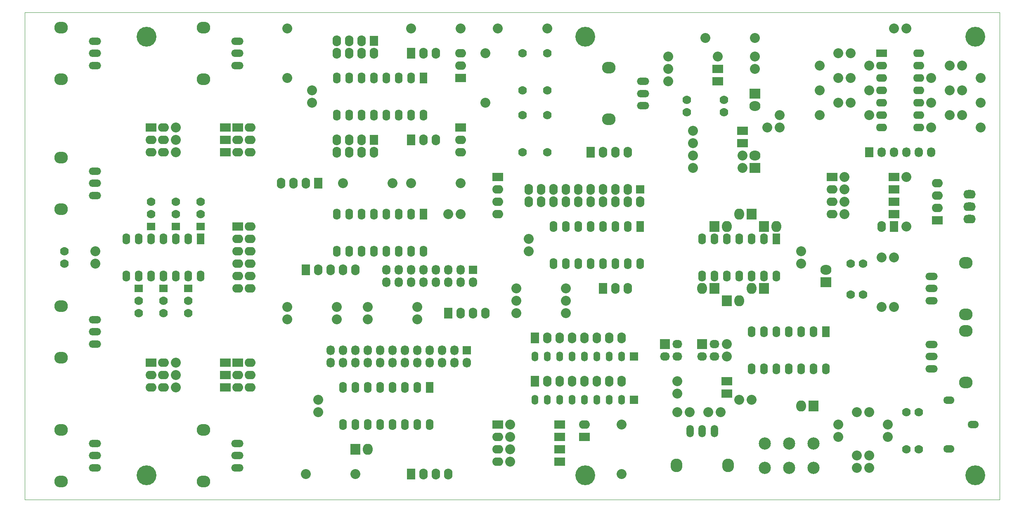
<source format=gbr>
G04 #@! TF.FileFunction,Soldermask,Top*
%FSLAX46Y46*%
G04 Gerber Fmt 4.6, Leading zero omitted, Abs format (unit mm)*
G04 Created by KiCad (PCBNEW (2015-04-14 BZR 5600)-product) date Fri 15 May 2015 04:29:23 PM CEST*
%MOMM*%
G01*
G04 APERTURE LIST*
%ADD10C,0.100000*%
%ADD11C,2.032000*%
%ADD12R,1.778000X1.524000*%
%ADD13C,1.778000*%
%ADD14C,2.499360*%
%ADD15R,1.727200X1.727200*%
%ADD16O,1.727200X2.032000*%
%ADD17R,2.286000X1.727200*%
%ADD18O,2.286000X1.727200*%
%ADD19O,1.727200X2.286000*%
%ADD20R,1.727200X2.032000*%
%ADD21R,1.651000X1.651000*%
%ADD22O,1.397000X2.032000*%
%ADD23R,2.286000X1.699260*%
%ADD24R,1.574800X2.286000*%
%ADD25O,1.574800X2.286000*%
%ADD26R,2.286000X1.574800*%
%ADD27O,2.286000X1.574800*%
%ADD28O,2.540000X1.778000*%
%ADD29R,1.727200X2.286000*%
%ADD30O,2.286000X1.524000*%
%ADD31R,2.032000X2.286000*%
%ADD32O,2.032000X2.286000*%
%ADD33R,2.286000X2.032000*%
%ADD34O,2.286000X2.032000*%
%ADD35R,2.032000X2.032000*%
%ADD36O,2.032000X1.727200*%
%ADD37C,4.064000*%
%ADD38O,2.524000X1.524000*%
%ADD39O,2.800000X2.400000*%
%ADD40O,1.524000X2.524000*%
%ADD41O,2.400000X2.800000*%
G04 APERTURE END LIST*
D10*
X235000000Y-50000000D02*
X35000000Y-50000000D01*
X235000000Y-150000000D02*
X235000000Y-50000000D01*
X35000000Y-150000000D02*
X235000000Y-150000000D01*
X35000000Y-50000000D02*
X35000000Y-150000000D01*
D11*
X168910000Y-132080000D03*
X171450000Y-132080000D03*
D12*
X63500000Y-106680000D03*
D13*
X63500000Y-109220000D03*
X63500000Y-111760000D03*
D14*
X186847480Y-138508740D03*
X191848740Y-138508740D03*
X196850000Y-138508740D03*
X191848740Y-143510000D03*
X186847480Y-143510000D03*
X196850000Y-143510000D03*
D11*
X184785000Y-61595000D03*
X184785000Y-59055000D03*
D15*
X127000000Y-102870000D03*
D16*
X127000000Y-105410000D03*
X124460000Y-102870000D03*
X124460000Y-105410000D03*
X121920000Y-102870000D03*
X121920000Y-105410000D03*
X119380000Y-102870000D03*
X119380000Y-105410000D03*
X116840000Y-102870000D03*
X116840000Y-105410000D03*
X114300000Y-102870000D03*
X114300000Y-105410000D03*
X111760000Y-102870000D03*
X111760000Y-105410000D03*
X109220000Y-102870000D03*
X109220000Y-105410000D03*
D17*
X78740000Y-93980000D03*
D18*
X81280000Y-93980000D03*
X78740000Y-96520000D03*
X81280000Y-96520000D03*
X78740000Y-99060000D03*
X81280000Y-99060000D03*
X78740000Y-101600000D03*
X81280000Y-101600000D03*
X78740000Y-104140000D03*
X81280000Y-104140000D03*
X78740000Y-106680000D03*
X81280000Y-106680000D03*
D17*
X60960000Y-121920000D03*
D18*
X63500000Y-121920000D03*
X60960000Y-124460000D03*
X63500000Y-124460000D03*
X60960000Y-127000000D03*
X63500000Y-127000000D03*
D17*
X78740000Y-121920000D03*
D18*
X81280000Y-121920000D03*
X78740000Y-124460000D03*
X81280000Y-124460000D03*
X78740000Y-127000000D03*
X81280000Y-127000000D03*
D17*
X60960000Y-73660000D03*
D18*
X63500000Y-73660000D03*
X60960000Y-76200000D03*
X63500000Y-76200000D03*
X60960000Y-78740000D03*
X63500000Y-78740000D03*
D17*
X78740000Y-73660000D03*
D18*
X81280000Y-73660000D03*
X78740000Y-76200000D03*
X81280000Y-76200000D03*
X78740000Y-78740000D03*
X81280000Y-78740000D03*
D15*
X161290000Y-86360000D03*
D19*
X161290000Y-88900000D03*
X158750000Y-86360000D03*
X158750000Y-88900000D03*
X156210000Y-86360000D03*
X156210000Y-88900000D03*
X153670000Y-86360000D03*
X153670000Y-88900000D03*
X151130000Y-86360000D03*
X151130000Y-88900000D03*
X148590000Y-86360000D03*
X148590000Y-88900000D03*
X146050000Y-86360000D03*
X146050000Y-88900000D03*
X143510000Y-86360000D03*
X143510000Y-88900000D03*
X140970000Y-86360000D03*
X140970000Y-88900000D03*
X138430000Y-86360000D03*
X138430000Y-88900000D03*
D20*
X106680000Y-55880000D03*
D19*
X106680000Y-58420000D03*
X104140000Y-55880000D03*
X104140000Y-58420000D03*
X101600000Y-55880000D03*
X101600000Y-58420000D03*
X99060000Y-55880000D03*
X99060000Y-58420000D03*
D20*
X106680000Y-76200000D03*
D19*
X106680000Y-78740000D03*
X104140000Y-76200000D03*
X104140000Y-78740000D03*
X101600000Y-76200000D03*
X101600000Y-78740000D03*
X99060000Y-76200000D03*
X99060000Y-78740000D03*
D15*
X125730000Y-119380000D03*
D16*
X125730000Y-121920000D03*
X123190000Y-119380000D03*
X123190000Y-121920000D03*
X120650000Y-119380000D03*
X120650000Y-121920000D03*
X118110000Y-119380000D03*
X118110000Y-121920000D03*
X115570000Y-119380000D03*
X115570000Y-121920000D03*
X113030000Y-119380000D03*
X113030000Y-121920000D03*
X110490000Y-119380000D03*
X110490000Y-121920000D03*
X107950000Y-119380000D03*
X107950000Y-121920000D03*
X105410000Y-119380000D03*
X105410000Y-121920000D03*
X102870000Y-119380000D03*
X102870000Y-121920000D03*
X100330000Y-119380000D03*
X100330000Y-121920000D03*
X97790000Y-119380000D03*
X97790000Y-121920000D03*
D21*
X160020000Y-129540000D03*
D22*
X157480000Y-129540000D03*
X154940000Y-129540000D03*
X152400000Y-129540000D03*
X149860000Y-129540000D03*
X147320000Y-129540000D03*
X144780000Y-129540000D03*
X142240000Y-129540000D03*
X139700000Y-129540000D03*
D21*
X160020000Y-120650000D03*
D22*
X157480000Y-120650000D03*
X154940000Y-120650000D03*
X152400000Y-120650000D03*
X149860000Y-120650000D03*
X147320000Y-120650000D03*
X144780000Y-120650000D03*
X142240000Y-120650000D03*
X139700000Y-120650000D03*
D12*
X71120000Y-93980000D03*
D13*
X71120000Y-91440000D03*
X71120000Y-88900000D03*
D12*
X66040000Y-93980000D03*
D13*
X66040000Y-91440000D03*
X66040000Y-88900000D03*
D12*
X68580000Y-106680000D03*
D13*
X68580000Y-109220000D03*
X68580000Y-111760000D03*
D12*
X60960000Y-93980000D03*
D13*
X60960000Y-91440000D03*
X60960000Y-88900000D03*
D12*
X58420000Y-106680000D03*
D13*
X58420000Y-109220000D03*
X58420000Y-111760000D03*
D11*
X201930000Y-58420000D03*
X204470000Y-58420000D03*
X201930000Y-63500000D03*
X204470000Y-63500000D03*
X201930000Y-68580000D03*
X204470000Y-68580000D03*
X227330000Y-71120000D03*
X224790000Y-71120000D03*
X227330000Y-66040000D03*
X224790000Y-66040000D03*
X227330000Y-60960000D03*
X224790000Y-60960000D03*
X177800000Y-132080000D03*
X175260000Y-132080000D03*
X205740000Y-132080000D03*
X208280000Y-132080000D03*
X66040000Y-73660000D03*
D23*
X76200000Y-73660000D03*
D11*
X66040000Y-76200000D03*
D23*
X76200000Y-76200000D03*
D11*
X66040000Y-78740000D03*
D23*
X76200000Y-78740000D03*
D11*
X66040000Y-121920000D03*
D23*
X76200000Y-121920000D03*
D11*
X168910000Y-128270000D03*
D23*
X179070000Y-128270000D03*
D11*
X168910000Y-125730000D03*
D23*
X179070000Y-125730000D03*
D11*
X201930000Y-137160000D03*
X212090000Y-137160000D03*
X212090000Y-134620000D03*
X201930000Y-134620000D03*
X99060000Y-113030000D03*
X88900000Y-113030000D03*
X88900000Y-53340000D03*
X88900000Y-63500000D03*
X110490000Y-85090000D03*
X100330000Y-85090000D03*
X146050000Y-109220000D03*
X135890000Y-109220000D03*
X146050000Y-106680000D03*
X135890000Y-106680000D03*
D24*
X71120000Y-96520000D03*
D25*
X68580000Y-96520000D03*
X66040000Y-96520000D03*
X63500000Y-96520000D03*
X60960000Y-96520000D03*
X58420000Y-96520000D03*
X55880000Y-96520000D03*
X55880000Y-104140000D03*
X58420000Y-104140000D03*
X60960000Y-104140000D03*
X63500000Y-104140000D03*
X66040000Y-104140000D03*
X68580000Y-104140000D03*
X71120000Y-104140000D03*
D24*
X189230000Y-96520000D03*
D25*
X186690000Y-96520000D03*
X184150000Y-96520000D03*
X181610000Y-96520000D03*
X179070000Y-96520000D03*
X176530000Y-96520000D03*
X173990000Y-96520000D03*
X173990000Y-104140000D03*
X176530000Y-104140000D03*
X179070000Y-104140000D03*
X181610000Y-104140000D03*
X184150000Y-104140000D03*
X186690000Y-104140000D03*
X189230000Y-104140000D03*
D26*
X210820000Y-58420000D03*
D27*
X210820000Y-60960000D03*
X210820000Y-63500000D03*
X210820000Y-66040000D03*
X210820000Y-68580000D03*
X210820000Y-71120000D03*
X210820000Y-73660000D03*
X218440000Y-73660000D03*
X218440000Y-71120000D03*
X218440000Y-68580000D03*
X218440000Y-66040000D03*
X218440000Y-63500000D03*
X218440000Y-60960000D03*
X218440000Y-58420000D03*
D24*
X199390000Y-115570000D03*
D25*
X196850000Y-115570000D03*
X194310000Y-115570000D03*
X191770000Y-115570000D03*
X189230000Y-115570000D03*
X186690000Y-115570000D03*
X184150000Y-115570000D03*
X184150000Y-123190000D03*
X186690000Y-123190000D03*
X189230000Y-123190000D03*
X191770000Y-123190000D03*
X194310000Y-123190000D03*
X196850000Y-123190000D03*
X199390000Y-123190000D03*
D24*
X116840000Y-91440000D03*
D25*
X114300000Y-91440000D03*
X111760000Y-91440000D03*
X109220000Y-91440000D03*
X106680000Y-91440000D03*
X104140000Y-91440000D03*
X101600000Y-91440000D03*
X99060000Y-91440000D03*
X99060000Y-99060000D03*
X101600000Y-99060000D03*
X104140000Y-99060000D03*
X106680000Y-99060000D03*
X109220000Y-99060000D03*
X111760000Y-99060000D03*
X114300000Y-99060000D03*
X116840000Y-99060000D03*
D24*
X116840000Y-63500000D03*
D25*
X114300000Y-63500000D03*
X111760000Y-63500000D03*
X109220000Y-63500000D03*
X106680000Y-63500000D03*
X104140000Y-63500000D03*
X101600000Y-63500000D03*
X99060000Y-63500000D03*
X99060000Y-71120000D03*
X101600000Y-71120000D03*
X104140000Y-71120000D03*
X106680000Y-71120000D03*
X109220000Y-71120000D03*
X111760000Y-71120000D03*
X114300000Y-71120000D03*
X116840000Y-71120000D03*
D24*
X161290000Y-93980000D03*
D25*
X158750000Y-93980000D03*
X156210000Y-93980000D03*
X153670000Y-93980000D03*
X151130000Y-93980000D03*
X148590000Y-93980000D03*
X146050000Y-93980000D03*
X143510000Y-93980000D03*
X143510000Y-101600000D03*
X146050000Y-101600000D03*
X148590000Y-101600000D03*
X151130000Y-101600000D03*
X153670000Y-101600000D03*
X156210000Y-101600000D03*
X158750000Y-101600000D03*
X161290000Y-101600000D03*
D11*
X66040000Y-124460000D03*
D23*
X76200000Y-124460000D03*
D11*
X66040000Y-127000000D03*
D23*
X76200000Y-127000000D03*
D11*
X167005000Y-64135000D03*
D23*
X177165000Y-64135000D03*
D11*
X167005000Y-61595000D03*
D23*
X177165000Y-61595000D03*
D11*
X208280000Y-60960000D03*
X198120000Y-60960000D03*
X208280000Y-66040000D03*
X198120000Y-66040000D03*
X208280000Y-71120000D03*
X198120000Y-71120000D03*
X220980000Y-73660000D03*
X231140000Y-73660000D03*
X220980000Y-68580000D03*
X231140000Y-68580000D03*
X220980000Y-63500000D03*
X231140000Y-63500000D03*
X182245000Y-79375000D03*
X172085000Y-79375000D03*
X172085000Y-81915000D03*
X182245000Y-81915000D03*
X215900000Y-53340000D03*
X213360000Y-53340000D03*
X194310000Y-101600000D03*
X194310000Y-99060000D03*
X179070000Y-120650000D03*
X179070000Y-118110000D03*
X138430000Y-99060000D03*
X138430000Y-96520000D03*
X124460000Y-91440000D03*
X121920000Y-91440000D03*
X49530000Y-101600000D03*
X49530000Y-99060000D03*
X93980000Y-68580000D03*
X93980000Y-66040000D03*
D28*
X228854000Y-89916000D03*
X228854000Y-87376000D03*
X228854000Y-92456000D03*
D29*
X139700000Y-125730000D03*
D19*
X142240000Y-125730000D03*
X144780000Y-125730000D03*
X147320000Y-125730000D03*
X149860000Y-125730000D03*
X152400000Y-125730000D03*
X154940000Y-125730000D03*
X157480000Y-125730000D03*
D29*
X139700000Y-116840000D03*
D19*
X142240000Y-116840000D03*
X144780000Y-116840000D03*
X147320000Y-116840000D03*
X149860000Y-116840000D03*
X152400000Y-116840000D03*
X154940000Y-116840000D03*
X157480000Y-116840000D03*
D11*
X102870000Y-144780000D03*
X92710000Y-144780000D03*
D24*
X118110000Y-127000000D03*
D25*
X115570000Y-127000000D03*
X113030000Y-127000000D03*
X110490000Y-127000000D03*
X107950000Y-127000000D03*
X105410000Y-127000000D03*
X102870000Y-127000000D03*
X100330000Y-127000000D03*
X100330000Y-134620000D03*
X102870000Y-134620000D03*
X105410000Y-134620000D03*
X107950000Y-134620000D03*
X110490000Y-134620000D03*
X113030000Y-134620000D03*
X115570000Y-134620000D03*
X118110000Y-134620000D03*
D11*
X95250000Y-132080000D03*
X95250000Y-129540000D03*
X129540000Y-68580000D03*
X129540000Y-58420000D03*
D13*
X137160000Y-58420000D03*
X142240000Y-58420000D03*
X137160000Y-66040000D03*
X142240000Y-66040000D03*
X137160000Y-71120000D03*
X142240000Y-71120000D03*
X137160000Y-78740000D03*
X142240000Y-78740000D03*
D11*
X142240000Y-53340000D03*
X132080000Y-53340000D03*
D30*
X229600000Y-134620000D03*
X224600000Y-129620000D03*
X224600000Y-139620000D03*
D11*
X187325000Y-73660000D03*
X189865000Y-73660000D03*
X189865000Y-71120000D03*
X181610000Y-129540000D03*
X184150000Y-129540000D03*
X205740000Y-143510000D03*
X205740000Y-140970000D03*
X208280000Y-143510000D03*
X208280000Y-140970000D03*
X172085000Y-76835000D03*
D23*
X182245000Y-76835000D03*
D11*
X172085000Y-74295000D03*
D23*
X182245000Y-74295000D03*
D31*
X196850000Y-130810000D03*
D32*
X194310000Y-130810000D03*
D29*
X92710000Y-102870000D03*
D19*
X95250000Y-102870000D03*
X97790000Y-102870000D03*
X100330000Y-102870000D03*
X102870000Y-102870000D03*
D31*
X102870000Y-139700000D03*
D32*
X105410000Y-139700000D03*
D17*
X200660000Y-83820000D03*
D18*
X200660000Y-86360000D03*
X200660000Y-88900000D03*
X200660000Y-91440000D03*
D29*
X151130000Y-78740000D03*
D19*
X153670000Y-78740000D03*
X156210000Y-78740000D03*
X158750000Y-78740000D03*
D31*
X186690000Y-93980000D03*
D32*
X189230000Y-93980000D03*
D20*
X208280000Y-78740000D03*
D16*
X210820000Y-78740000D03*
X213360000Y-78740000D03*
X215900000Y-78740000D03*
X218440000Y-78740000D03*
X220980000Y-78740000D03*
D31*
X184150000Y-91440000D03*
D32*
X181610000Y-91440000D03*
D29*
X213360000Y-93980000D03*
D19*
X210820000Y-93980000D03*
D33*
X184785000Y-81915000D03*
D34*
X184785000Y-79375000D03*
D31*
X176530000Y-93980000D03*
D32*
X179070000Y-93980000D03*
D31*
X179070000Y-109220000D03*
D32*
X181610000Y-109220000D03*
D31*
X176530000Y-106680000D03*
D32*
X173990000Y-106680000D03*
D33*
X184785000Y-66675000D03*
D34*
X184785000Y-69215000D03*
D31*
X186690000Y-106680000D03*
D32*
X184150000Y-106680000D03*
D29*
X153670000Y-106680000D03*
D19*
X156210000Y-106680000D03*
X158750000Y-106680000D03*
D29*
X114300000Y-144780000D03*
D19*
X116840000Y-144780000D03*
X119380000Y-144780000D03*
X121920000Y-144780000D03*
D17*
X222250000Y-92710000D03*
D18*
X222250000Y-90170000D03*
X222250000Y-87630000D03*
X222250000Y-85090000D03*
D29*
X95250000Y-85090000D03*
D19*
X92710000Y-85090000D03*
X90170000Y-85090000D03*
X87630000Y-85090000D03*
D11*
X167005000Y-59055000D03*
X177165000Y-59055000D03*
X184785000Y-55245000D03*
X174625000Y-55245000D03*
X203200000Y-91440000D03*
D23*
X213360000Y-91440000D03*
D11*
X203200000Y-88900000D03*
D23*
X213360000Y-88900000D03*
D11*
X203200000Y-86360000D03*
D23*
X213360000Y-86360000D03*
D11*
X203200000Y-83820000D03*
D23*
X213360000Y-83820000D03*
D29*
X114300000Y-58420000D03*
D19*
X116840000Y-58420000D03*
X119380000Y-58420000D03*
D29*
X114300000Y-76200000D03*
D19*
X116840000Y-76200000D03*
X119380000Y-76200000D03*
D11*
X215900000Y-83820000D03*
X215900000Y-93980000D03*
X105410000Y-113030000D03*
X115570000Y-113030000D03*
X105410000Y-110490000D03*
X115570000Y-110490000D03*
X99060000Y-110490000D03*
X88900000Y-110490000D03*
X124460000Y-85090000D03*
X114300000Y-85090000D03*
X114300000Y-53340000D03*
X124460000Y-53340000D03*
X146050000Y-111760000D03*
X135890000Y-111760000D03*
D17*
X124460000Y-73660000D03*
D18*
X124460000Y-76200000D03*
X124460000Y-78740000D03*
D17*
X124460000Y-63500000D03*
D18*
X124460000Y-60960000D03*
X124460000Y-58420000D03*
D11*
X134620000Y-142240000D03*
D23*
X144780000Y-142240000D03*
D11*
X134620000Y-139700000D03*
D23*
X144780000Y-139700000D03*
D11*
X134620000Y-137160000D03*
D23*
X144780000Y-137160000D03*
D11*
X134620000Y-134620000D03*
D23*
X144780000Y-134620000D03*
D17*
X132080000Y-134620000D03*
D18*
X132080000Y-137160000D03*
X132080000Y-139700000D03*
X132080000Y-142240000D03*
D17*
X149860000Y-137160000D03*
D18*
X149860000Y-134620000D03*
D11*
X157480000Y-134620000D03*
X157480000Y-144780000D03*
D17*
X132080000Y-83820000D03*
D18*
X132080000Y-86360000D03*
X132080000Y-88900000D03*
X132080000Y-91440000D03*
D29*
X121920000Y-111760000D03*
D19*
X124460000Y-111760000D03*
X127000000Y-111760000D03*
X129540000Y-111760000D03*
D13*
X204470000Y-101600000D03*
X207010000Y-101600000D03*
X204470000Y-107950000D03*
X207010000Y-107950000D03*
D11*
X210820000Y-100330000D03*
X210820000Y-110490000D03*
X213360000Y-110490000D03*
X213360000Y-100330000D03*
D33*
X199390000Y-105410000D03*
D34*
X199390000Y-102870000D03*
D35*
X166370000Y-118110000D03*
D36*
X168910000Y-118110000D03*
X166370000Y-120650000D03*
X168910000Y-120650000D03*
D35*
X173990000Y-118110000D03*
D36*
X176530000Y-118110000D03*
X173990000Y-120650000D03*
X176530000Y-120650000D03*
D37*
X230000000Y-55000000D03*
X230000000Y-145000000D03*
X60000000Y-145000000D03*
X60000000Y-55000000D03*
X150000000Y-145000000D03*
X150000000Y-55000000D03*
D13*
X218440000Y-139700000D03*
X215900000Y-139700000D03*
X218440000Y-132080000D03*
X215900000Y-132080000D03*
X170815000Y-70485000D03*
X170815000Y-67945000D03*
X178435000Y-70485000D03*
X178435000Y-67945000D03*
X43180000Y-99060000D03*
X43180000Y-101600000D03*
D38*
X221060000Y-104180000D03*
X221060000Y-106680000D03*
X221060000Y-109180000D03*
D39*
X228060000Y-101380000D03*
X228060000Y-111980000D03*
D38*
X221060000Y-118150000D03*
X221060000Y-120650000D03*
X221060000Y-123150000D03*
D39*
X228060000Y-115350000D03*
X228060000Y-125950000D03*
D38*
X78660000Y-143470000D03*
X78660000Y-140970000D03*
X78660000Y-138470000D03*
D39*
X71660000Y-146270000D03*
X71660000Y-135670000D03*
D38*
X49450000Y-143470000D03*
X49450000Y-140970000D03*
X49450000Y-138470000D03*
D39*
X42450000Y-146270000D03*
X42450000Y-135670000D03*
D38*
X161845000Y-69175000D03*
X161845000Y-66675000D03*
X161845000Y-64175000D03*
D39*
X154845000Y-71975000D03*
X154845000Y-61375000D03*
D38*
X49450000Y-118070000D03*
X49450000Y-115570000D03*
X49450000Y-113070000D03*
D39*
X42450000Y-120870000D03*
X42450000Y-110270000D03*
D38*
X49450000Y-87590000D03*
X49450000Y-85090000D03*
X49450000Y-82590000D03*
D39*
X42450000Y-90390000D03*
X42450000Y-79790000D03*
D38*
X49450000Y-60920000D03*
X49450000Y-58420000D03*
X49450000Y-55920000D03*
D39*
X42450000Y-63720000D03*
X42450000Y-53120000D03*
D38*
X78660000Y-60920000D03*
X78660000Y-58420000D03*
X78660000Y-55920000D03*
D39*
X71660000Y-63720000D03*
X71660000Y-53120000D03*
D40*
X176490000Y-135970000D03*
X173990000Y-135970000D03*
X171490000Y-135970000D03*
D41*
X179290000Y-142970000D03*
X168690000Y-142970000D03*
M02*

</source>
